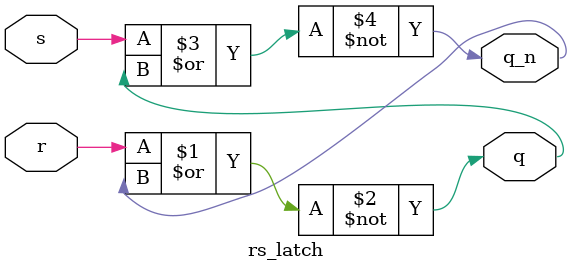
<source format=v>
module rs_latch(
    input s,
    input r,
    output q,
    output q_n
);
  assign q = ~ (r | q_n);
  assign q_n = ~ (s | q);
endmodule

</source>
